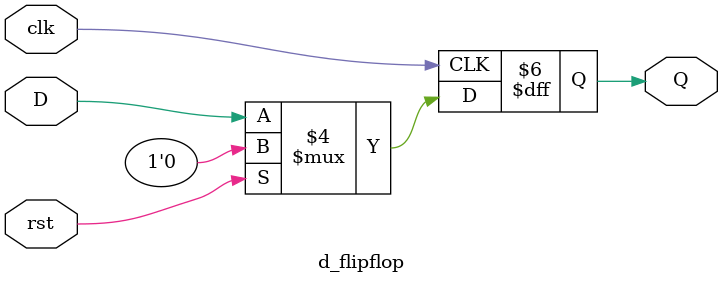
<source format=v>
/* 
A rising edge D flip flop with synchronous reset
*/

module d_flipflop (
    output reg Q,
    input D, clk, rst  
);

    always @(posedge clk) begin
        if (rst == 1'b1) Q <= 0;
        else begin
            Q <= D; 
        end 
    end
endmodule
</source>
